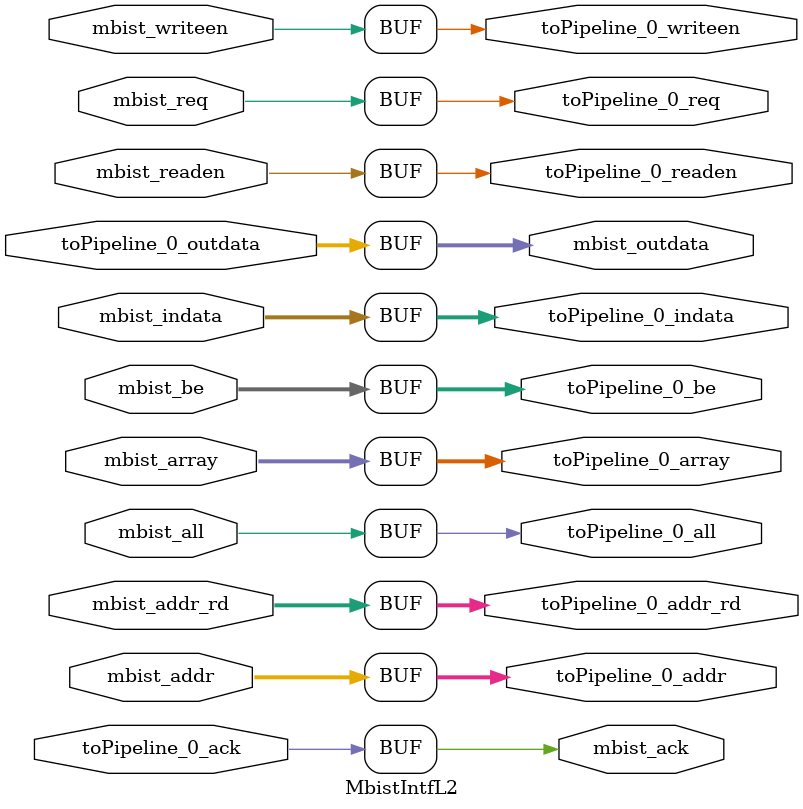
<source format=sv>
`ifndef RANDOMIZE
  `ifdef RANDOMIZE_MEM_INIT
    `define RANDOMIZE
  `endif // RANDOMIZE_MEM_INIT
`endif // not def RANDOMIZE
`ifndef RANDOMIZE
  `ifdef RANDOMIZE_REG_INIT
    `define RANDOMIZE
  `endif // RANDOMIZE_REG_INIT
`endif // not def RANDOMIZE

`ifndef RANDOM
  `define RANDOM $random
`endif // not def RANDOM

// Users can define INIT_RANDOM as general code that gets injected into the
// initializer block for modules with registers.
`ifndef INIT_RANDOM
  `define INIT_RANDOM
`endif // not def INIT_RANDOM

// If using random initialization, you can also define RANDOMIZE_DELAY to
// customize the delay used, otherwise 0.002 is used.
`ifndef RANDOMIZE_DELAY
  `define RANDOMIZE_DELAY 0.002
`endif // not def RANDOMIZE_DELAY

// Define INIT_RANDOM_PROLOG_ for use in our modules below.
`ifndef INIT_RANDOM_PROLOG_
  `ifdef RANDOMIZE
    `ifdef VERILATOR
      `define INIT_RANDOM_PROLOG_ `INIT_RANDOM
    `else  // VERILATOR
      `define INIT_RANDOM_PROLOG_ `INIT_RANDOM #`RANDOMIZE_DELAY begin end
    `endif // VERILATOR
  `else  // RANDOMIZE
    `define INIT_RANDOM_PROLOG_
  `endif // RANDOMIZE
`endif // not def INIT_RANDOM_PROLOG_

// Include register initializers in init blocks unless synthesis is set
`ifndef SYNTHESIS
  `ifndef ENABLE_INITIAL_REG_
    `define ENABLE_INITIAL_REG_
  `endif // not def ENABLE_INITIAL_REG_
`endif // not def SYNTHESIS

// Include rmemory initializers in init blocks unless synthesis is set
`ifndef SYNTHESIS
  `ifndef ENABLE_INITIAL_MEM_
    `define ENABLE_INITIAL_MEM_
  `endif // not def ENABLE_INITIAL_MEM_
`endif // not def SYNTHESIS

module MbistIntfL2(
  output [5:0]   toPipeline_0_array,
  output         toPipeline_0_all,
  output         toPipeline_0_req,
  input          toPipeline_0_ack,
  output         toPipeline_0_writeen,
  output [7:0]   toPipeline_0_be,
  output [12:0]  toPipeline_0_addr,
  output [191:0] toPipeline_0_indata,
  output         toPipeline_0_readen,
  output [12:0]  toPipeline_0_addr_rd,
  input  [191:0] toPipeline_0_outdata,
  input  [5:0]   mbist_array,
  input          mbist_all,
  input          mbist_req,
  output         mbist_ack,
  input          mbist_writeen,
  input  [7:0]   mbist_be,
  input  [12:0]  mbist_addr,
  input  [191:0] mbist_indata,
  input          mbist_readen,
  input  [12:0]  mbist_addr_rd,
  output [191:0] mbist_outdata
);

  assign toPipeline_0_array = mbist_array;
  assign toPipeline_0_all = mbist_all;
  assign toPipeline_0_req = mbist_req;
  assign toPipeline_0_writeen = mbist_writeen;
  assign toPipeline_0_be = mbist_be;
  assign toPipeline_0_addr = mbist_addr;
  assign toPipeline_0_indata = mbist_indata;
  assign toPipeline_0_readen = mbist_readen;
  assign toPipeline_0_addr_rd = mbist_addr_rd;
  assign mbist_ack = toPipeline_0_ack;
  assign mbist_outdata = toPipeline_0_outdata;
endmodule


</source>
